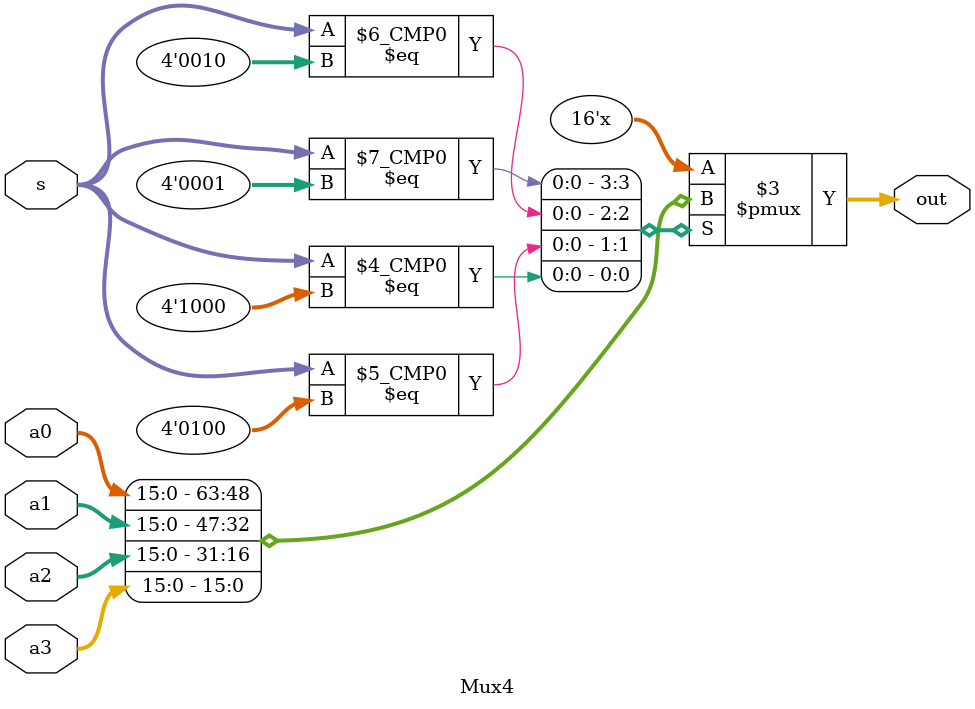
<source format=sv>
module datapath (clk, readnum, vsel, loada, loadb, shift, asel, bsel, ALUop, loadc, loads, writenum, write, mdata, sximm8, PC, sximm5, Z_out, N_out, V_out, datapath_out);

    input [15:0] mdata, sximm8, sximm5;
    input [7:0] PC;
    input [2:0] writenum, readnum;
    input [1:0] ALUop, shift;
    input [3:0] vsel;
    input write, loada, loadb, asel, bsel, loadc, loads, clk;
    
    output [15:0] datapath_out;
    output reg Z_out, N_out, V_out;

    reg [15:0] data_in, in, Ain, Bin;
    reg [2:0] writenum,readnum;
    reg write, clk;
    reg [1:0] shift, ALUop;
    reg [15:0] data_out, sout, outa, out, sximm5;
    reg Z, V, N;

    Mux4 data_in_mux(mdata, sximm8, {8'b0, PC}, datapath_out, vsel, data_in); //4 input mux that decides the input to the register file depending on vsel 
    //We really only care about sximm8 (which is new incoming data) or data_out which is data from a previous register
    
    regfile REGFILE(data_in,writenum,write,readnum,clk,data_out); //Register file that has 8 registers (16 bits each)

    REG rA(data_out, loada, clk, outa); // load-enable register A
    REG rB(data_out, loadb, clk, in);// load-enable register B
    shifter U1(in, shift, sout);// Shifter module
    
    assign Ain = asel ? 16'b0 : outa; //Assigns Ain to 0 or outa depending on asel
    assign Bin = bsel ? sximm5 : sout; //Assigns Bin to datapath_in[4:0] and rest 0s or sout depending on bsel

    ALU U2(Ain,Bin,ALUop,out,Z,N,V); // ALU which performs basic arithmetic operations
    
    REG rC(out, loadc, clk, datapath_out);

    REG #(1) statusZ(Z, loads, clk, Z_out); // Zero Flag
    REG #(1) statusN(N, loads, clk, N_out); // Negative Flag
    REG #(1) statusV(V, loads, clk, V_out); // Overflow Flag

endmodule

module Mux4(a0, a1, a2, a3, s, out); //4 input Mux with one hot select
    parameter k = 16; //input and output bit width
    input [k-1:0] a0, a1, a2, a3; //potential inputs
    input [4-1:0] s; //one hot select (4 bits wide) CHANGE THIS CHANGE CHANGEF !!!!
    output [k-1:0] out;
    reg [k-1:0] out;

    // Performs Mux operation (select0 is out = a0, select1 is out = a1, etc.)
    always @(*) begin
        case(s)
            4'b0001: out = a0;
            4'b0010: out = a1;
            4'b0100: out = a2;
            4'b1000: out = a3;
            default: out = 16'bxxxxxxxxxxxxxxxx;
        endcase
    end 
endmodule
</source>
